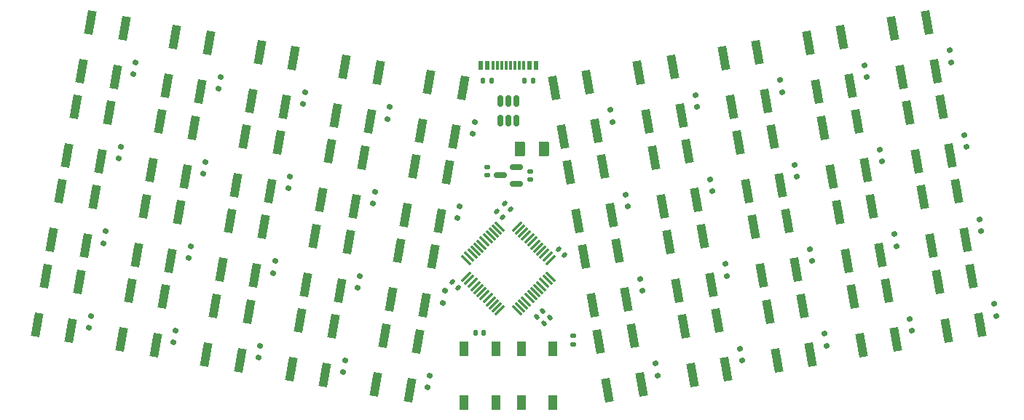
<source format=gbr>
%TF.GenerationSoftware,KiCad,Pcbnew,7.0.8*%
%TF.CreationDate,2023-12-10T13:03:46-06:00*%
%TF.ProjectId,sadcatz40,73616463-6174-47a3-9430-2e6b69636164,rev?*%
%TF.SameCoordinates,Original*%
%TF.FileFunction,Paste,Bot*%
%TF.FilePolarity,Positive*%
%FSLAX46Y46*%
G04 Gerber Fmt 4.6, Leading zero omitted, Abs format (unit mm)*
G04 Created by KiCad (PCBNEW 7.0.8) date 2023-12-10 13:03:46*
%MOMM*%
%LPD*%
G01*
G04 APERTURE LIST*
G04 Aperture macros list*
%AMRoundRect*
0 Rectangle with rounded corners*
0 $1 Rounding radius*
0 $2 $3 $4 $5 $6 $7 $8 $9 X,Y pos of 4 corners*
0 Add a 4 corners polygon primitive as box body*
4,1,4,$2,$3,$4,$5,$6,$7,$8,$9,$2,$3,0*
0 Add four circle primitives for the rounded corners*
1,1,$1+$1,$2,$3*
1,1,$1+$1,$4,$5*
1,1,$1+$1,$6,$7*
1,1,$1+$1,$8,$9*
0 Add four rect primitives between the rounded corners*
20,1,$1+$1,$2,$3,$4,$5,0*
20,1,$1+$1,$4,$5,$6,$7,0*
20,1,$1+$1,$6,$7,$8,$9,0*
20,1,$1+$1,$8,$9,$2,$3,0*%
%AMRotRect*
0 Rectangle, with rotation*
0 The origin of the aperture is its center*
0 $1 length*
0 $2 width*
0 $3 Rotation angle, in degrees counterclockwise*
0 Add horizontal line*
21,1,$1,$2,0,0,$3*%
G04 Aperture macros list end*
%ADD10RoundRect,0.150000X-0.223009X0.112992X-0.170914X-0.182451X0.223009X-0.112992X0.170914X0.182451X0*%
%ADD11RoundRect,0.150000X-0.170914X0.182451X-0.223009X-0.112992X0.170914X-0.182451X0.223009X0.112992X0*%
%ADD12RotRect,2.750000X1.000000X100.000000*%
%ADD13R,1.100000X1.800000*%
%ADD14RoundRect,0.140000X-0.170000X0.140000X-0.170000X-0.140000X0.170000X-0.140000X0.170000X0.140000X0*%
%ADD15RoundRect,0.150000X0.150000X-0.512500X0.150000X0.512500X-0.150000X0.512500X-0.150000X-0.512500X0*%
%ADD16RoundRect,0.140000X0.219203X0.021213X0.021213X0.219203X-0.219203X-0.021213X-0.021213X-0.219203X0*%
%ADD17RotRect,2.750000X1.000000X80.000000*%
%ADD18RoundRect,0.135000X0.185000X-0.135000X0.185000X0.135000X-0.185000X0.135000X-0.185000X-0.135000X0*%
%ADD19RoundRect,0.140000X-0.140000X-0.170000X0.140000X-0.170000X0.140000X0.170000X-0.140000X0.170000X0*%
%ADD20RoundRect,0.140000X0.021213X-0.219203X0.219203X-0.021213X-0.021213X0.219203X-0.219203X0.021213X0*%
%ADD21R,0.550000X1.100000*%
%ADD22R,0.300000X1.100000*%
%ADD23RoundRect,0.135000X0.135000X0.185000X-0.135000X0.185000X-0.135000X-0.185000X0.135000X-0.185000X0*%
%ADD24RoundRect,0.075000X0.521491X-0.415425X-0.415425X0.521491X-0.521491X0.415425X0.415425X-0.521491X0*%
%ADD25RoundRect,0.075000X0.521491X0.415425X0.415425X0.521491X-0.521491X-0.415425X-0.415425X-0.521491X0*%
%ADD26RoundRect,0.150000X0.587500X0.150000X-0.587500X0.150000X-0.587500X-0.150000X0.587500X-0.150000X0*%
%ADD27RoundRect,0.250000X0.375000X0.625000X-0.375000X0.625000X-0.375000X-0.625000X0.375000X-0.625000X0*%
%ADD28RoundRect,0.140000X-0.219203X-0.021213X-0.021213X-0.219203X0.219203X0.021213X0.021213X0.219203X0*%
G04 APERTURE END LIST*
D10*
%TO.C,D36*%
X130127217Y-73066736D03*
X129884109Y-71688006D03*
%TD*%
D11*
%TO.C,D33*%
X54176847Y-72719440D03*
X54419955Y-71340710D03*
%TD*%
D12*
%TO.C,SW2*%
X142762388Y-41066506D03*
X141762175Y-35394013D03*
X138823157Y-41761099D03*
X137822944Y-36088606D03*
%TD*%
%TO.C,SW32*%
X147971840Y-70610736D03*
X146971627Y-64938243D03*
X144032609Y-71305329D03*
X143032396Y-65632836D03*
%TD*%
D10*
%TO.C,D10*%
X105221613Y-46995469D03*
X104978505Y-45616739D03*
%TD*%
D13*
%TO.C,SW41*%
X94587596Y-73475333D03*
X94587596Y-79675333D03*
X98287596Y-73475333D03*
X98287596Y-79675333D03*
%TD*%
D11*
%TO.C,D23*%
X55913330Y-62871362D03*
X56156438Y-61492632D03*
%TD*%
%TO.C,D17*%
X77345964Y-56496249D03*
X77589072Y-55117519D03*
%TD*%
D14*
%TO.C,C10*%
X95604262Y-52762009D03*
X95604262Y-53722009D03*
%TD*%
D12*
%TO.C,SW10*%
X103370077Y-48012434D03*
X102369864Y-42339941D03*
X99430846Y-48707027D03*
X98430633Y-43034534D03*
%TD*%
%TO.C,SW20*%
X105106563Y-57860509D03*
X104106350Y-52188016D03*
X101167332Y-58555102D03*
X100167119Y-52882609D03*
%TD*%
D11*
%TO.C,D5*%
X69234369Y-44911686D03*
X69477477Y-43532956D03*
%TD*%
D12*
%TO.C,SW8*%
X113218159Y-46275953D03*
X112217946Y-40603460D03*
X109278928Y-46970546D03*
X108278715Y-41298053D03*
%TD*%
D15*
%TO.C,U1*%
X94054265Y-46879513D03*
X93104265Y-46879513D03*
X92154265Y-46879513D03*
X92154265Y-44604513D03*
X93104265Y-44604513D03*
X94054265Y-44604513D03*
%TD*%
D11*
%TO.C,D37*%
X73873000Y-76192401D03*
X74116108Y-74813671D03*
%TD*%
D16*
%TO.C,C7*%
X99643712Y-62514779D03*
X98964890Y-61835957D03*
%TD*%
D17*
%TO.C,SW19*%
X85106348Y-58555099D03*
X86106561Y-52882606D03*
X81167117Y-57860506D03*
X82167330Y-52188013D03*
%TD*%
D11*
%TO.C,D1*%
X49538213Y-41438725D03*
X49781321Y-40059995D03*
%TD*%
D10*
%TO.C,D4*%
X134765847Y-41786019D03*
X134522739Y-40407289D03*
%TD*%
%TO.C,D18*%
X116806177Y-55107058D03*
X116563069Y-53728328D03*
%TD*%
D18*
%TO.C,R1*%
X100604259Y-72918669D03*
X100604259Y-71898669D03*
%TD*%
D10*
%TO.C,D12*%
X146350408Y-49897620D03*
X146107300Y-48518890D03*
%TD*%
D12*
%TO.C,SW38*%
X118427602Y-75820179D03*
X117427389Y-70147686D03*
X114488371Y-76514772D03*
X113488158Y-70842279D03*
%TD*%
D17*
%TO.C,SW15*%
X65410197Y-55082141D03*
X66410410Y-49409648D03*
X61470966Y-54387548D03*
X62471179Y-48715055D03*
%TD*%
%TO.C,SW21*%
X43977557Y-61457251D03*
X44977770Y-55784758D03*
X40038326Y-60762658D03*
X41038539Y-55090165D03*
%TD*%
%TO.C,SW1*%
X44511503Y-35394011D03*
X43511290Y-41066504D03*
X48450734Y-36088604D03*
X47450521Y-41761097D03*
%TD*%
D11*
%TO.C,D7*%
X79082448Y-46648169D03*
X79325556Y-45269439D03*
%TD*%
D10*
%TO.C,D22*%
X148086889Y-59745692D03*
X147843781Y-58366962D03*
%TD*%
D12*
%TO.C,SW36*%
X128275681Y-74083704D03*
X127275468Y-68411211D03*
X124336450Y-74778297D03*
X123336237Y-69105804D03*
%TD*%
D19*
%TO.C,C1*%
X89290931Y-71575336D03*
X90250931Y-71575336D03*
%TD*%
D17*
%TO.C,SW29*%
X83369868Y-68403180D03*
X84370081Y-62730687D03*
X79430637Y-67708587D03*
X80430850Y-62036094D03*
%TD*%
D16*
%TO.C,C2*%
X93343714Y-57214776D03*
X92664892Y-56535954D03*
%TD*%
D10*
%TO.C,D6*%
X124917772Y-43522500D03*
X124674664Y-42143770D03*
%TD*%
D13*
%TO.C,SW42*%
X87920938Y-73475336D03*
X87920938Y-79675336D03*
X91620938Y-73475336D03*
X91620938Y-79675336D03*
%TD*%
D10*
%TO.C,D2*%
X144613928Y-40049540D03*
X144370820Y-38670810D03*
%TD*%
D17*
%TO.C,SW25*%
X63673712Y-64930219D03*
X64673925Y-59257726D03*
X59734481Y-64235626D03*
X60734694Y-58563133D03*
%TD*%
D10*
%TO.C,D14*%
X136502329Y-51634096D03*
X136259221Y-50255366D03*
%TD*%
D11*
%TO.C,D11*%
X47801735Y-51286805D03*
X48044843Y-49908075D03*
%TD*%
%TO.C,D19*%
X87194045Y-58232729D03*
X87437153Y-56853999D03*
%TD*%
%TO.C,D39*%
X83721079Y-77928885D03*
X83964187Y-76550155D03*
%TD*%
D17*
%TO.C,SW31*%
X42241077Y-71305333D03*
X43241290Y-65632840D03*
X38301846Y-70610740D03*
X39302059Y-64938247D03*
%TD*%
%TO.C,SW11*%
X45714039Y-51609179D03*
X46714252Y-45936686D03*
X41774808Y-50914586D03*
X42775021Y-45242093D03*
%TD*%
D11*
%TO.C,D13*%
X57649809Y-53023283D03*
X57892917Y-51644553D03*
%TD*%
D17*
%TO.C,SW13*%
X55562113Y-53345657D03*
X56562326Y-47673164D03*
X51622882Y-52651064D03*
X52623095Y-46978571D03*
%TD*%
D12*
%TO.C,SW4*%
X132914312Y-42802983D03*
X131914099Y-37130490D03*
X128975081Y-43497576D03*
X127974868Y-37825083D03*
%TD*%
%TO.C,SW34*%
X138123758Y-72347224D03*
X137123545Y-66674731D03*
X134184527Y-73041817D03*
X133184314Y-67369324D03*
%TD*%
D20*
%TO.C,C3*%
X96364892Y-69714774D03*
X97043714Y-69035952D03*
%TD*%
D17*
%TO.C,SW17*%
X75258271Y-56818624D03*
X76258484Y-51146131D03*
X71319040Y-56124031D03*
X72319253Y-50451538D03*
%TD*%
D12*
%TO.C,SW18*%
X114954638Y-56124028D03*
X113954425Y-50451535D03*
X111015407Y-56818621D03*
X110015194Y-51146128D03*
%TD*%
D11*
%TO.C,D31*%
X44328772Y-70982958D03*
X44571880Y-69604228D03*
%TD*%
D10*
%TO.C,D40*%
X110431061Y-76539700D03*
X110187953Y-75160970D03*
%TD*%
D17*
%TO.C,SW33*%
X52089153Y-73041813D03*
X53089366Y-67369320D03*
X48149922Y-72347220D03*
X49150135Y-66674727D03*
%TD*%
D12*
%TO.C,SW40*%
X108579526Y-77556666D03*
X107579313Y-71884173D03*
X104640295Y-78251259D03*
X103640082Y-72578766D03*
%TD*%
%TO.C,SW30*%
X106843043Y-67708584D03*
X105842830Y-62036091D03*
X102903812Y-68403177D03*
X101903599Y-62730684D03*
%TD*%
D17*
%TO.C,SW7*%
X76994753Y-46970546D03*
X77994966Y-41298053D03*
X73055522Y-46275953D03*
X74055735Y-40603460D03*
%TD*%
D12*
%TO.C,SW14*%
X134650798Y-52651060D03*
X133650585Y-46978567D03*
X130711567Y-53345653D03*
X129711354Y-47673160D03*
%TD*%
%TO.C,SW12*%
X144498873Y-50914581D03*
X143498660Y-45242088D03*
X140559642Y-51609174D03*
X139559429Y-45936681D03*
%TD*%
D10*
%TO.C,D16*%
X126654252Y-53370579D03*
X126411144Y-51991849D03*
%TD*%
D11*
%TO.C,D15*%
X67497890Y-54759763D03*
X67740998Y-53381033D03*
%TD*%
D21*
%TO.C,J1*%
X89904266Y-40384166D03*
X90654266Y-40384166D03*
D22*
X91854266Y-40384166D03*
X92854266Y-40384166D03*
X93354266Y-40384166D03*
X94354266Y-40384166D03*
D21*
X96304266Y-40384166D03*
X95554266Y-40384166D03*
D22*
X94854266Y-40384166D03*
X93854266Y-40384166D03*
X92354266Y-40384166D03*
X91354266Y-40384166D03*
%TD*%
D17*
%TO.C,SW5*%
X67146675Y-45234062D03*
X68146888Y-39561569D03*
X63207444Y-44539469D03*
X64207657Y-38866976D03*
%TD*%
%TO.C,SW3*%
X57298596Y-43497578D03*
X58298809Y-37825085D03*
X53359365Y-42802985D03*
X54359578Y-37130492D03*
%TD*%
D12*
%TO.C,SW24*%
X136387279Y-62499143D03*
X135387066Y-56826650D03*
X132448048Y-63193736D03*
X131447835Y-57521243D03*
%TD*%
D11*
%TO.C,D29*%
X85457563Y-68080806D03*
X85700671Y-66702076D03*
%TD*%
D10*
%TO.C,D8*%
X115069692Y-45258986D03*
X114826584Y-43880256D03*
%TD*%
%TO.C,D38*%
X120279134Y-74803216D03*
X120036026Y-73424486D03*
%TD*%
%TO.C,D26*%
X128390734Y-63218657D03*
X128147626Y-61839927D03*
%TD*%
D11*
%TO.C,D27*%
X75609483Y-66344321D03*
X75852591Y-64965591D03*
%TD*%
D10*
%TO.C,D24*%
X138238815Y-61482176D03*
X137995707Y-60103446D03*
%TD*%
D12*
%TO.C,SW16*%
X124802716Y-54387546D03*
X123802503Y-48715053D03*
X120863485Y-55082139D03*
X119863272Y-49409646D03*
%TD*%
%TO.C,SW28*%
X116691121Y-65972107D03*
X115690908Y-60299614D03*
X112751890Y-66666700D03*
X111751677Y-60994207D03*
%TD*%
D23*
%TO.C,R2*%
X91160000Y-42230000D03*
X90140000Y-42230000D03*
%TD*%
D11*
%TO.C,D9*%
X88930521Y-48384654D03*
X89173629Y-47005924D03*
%TD*%
D17*
%TO.C,SW37*%
X71785304Y-76514776D03*
X72785517Y-70842283D03*
X67846073Y-75820183D03*
X68846286Y-70147690D03*
%TD*%
%TO.C,SW9*%
X86842834Y-48707025D03*
X87843047Y-43034532D03*
X82903603Y-48012432D03*
X83903816Y-42339939D03*
%TD*%
D10*
%TO.C,D30*%
X108694579Y-66691621D03*
X108451471Y-65312891D03*
%TD*%
D17*
%TO.C,SW39*%
X81633385Y-78251264D03*
X82633598Y-72578771D03*
X77694154Y-77556671D03*
X78694367Y-71884178D03*
%TD*%
D24*
%TO.C,U2*%
X97992143Y-65074129D03*
X97638589Y-65427683D03*
X97285036Y-65781236D03*
X96931482Y-66134790D03*
X96577929Y-66488343D03*
X96224376Y-66841896D03*
X95870822Y-67195450D03*
X95517269Y-67549003D03*
X95163716Y-67902556D03*
X94810162Y-68256110D03*
X94456609Y-68609663D03*
X94103055Y-68963217D03*
D25*
X92105479Y-68963217D03*
X91751925Y-68609663D03*
X91398372Y-68256110D03*
X91044818Y-67902556D03*
X90691265Y-67549003D03*
X90337712Y-67195450D03*
X89984158Y-66841896D03*
X89630605Y-66488343D03*
X89277052Y-66134790D03*
X88923498Y-65781236D03*
X88569945Y-65427683D03*
X88216391Y-65074129D03*
D24*
X88216391Y-63076553D03*
X88569945Y-62722999D03*
X88923498Y-62369446D03*
X89277052Y-62015892D03*
X89630605Y-61662339D03*
X89984158Y-61308786D03*
X90337712Y-60955232D03*
X90691265Y-60601679D03*
X91044818Y-60248126D03*
X91398372Y-59894572D03*
X91751925Y-59541019D03*
X92105479Y-59187465D03*
D25*
X94103055Y-59187465D03*
X94456609Y-59541019D03*
X94810162Y-59894572D03*
X95163716Y-60248126D03*
X95517269Y-60601679D03*
X95870822Y-60955232D03*
X96224376Y-61308786D03*
X96577929Y-61662339D03*
X96931482Y-62015892D03*
X97285036Y-62369446D03*
X97638589Y-62722999D03*
X97992143Y-63076553D03*
%TD*%
D11*
%TO.C,D25*%
X65761403Y-64607845D03*
X66004511Y-63229115D03*
%TD*%
D26*
%TO.C,U3*%
X94041768Y-52292006D03*
X94041768Y-54192006D03*
X92166768Y-53242006D03*
%TD*%
D23*
%TO.C,R3*%
X95952603Y-42229464D03*
X94932603Y-42229464D03*
%TD*%
D27*
%TO.C,F1*%
X97229001Y-50161012D03*
X94429001Y-50161012D03*
%TD*%
D12*
%TO.C,SW26*%
X126539198Y-64235624D03*
X125538985Y-58563131D03*
X122599967Y-64930217D03*
X121599754Y-59257724D03*
%TD*%
D16*
%TO.C,C5*%
X92443713Y-58114775D03*
X91764891Y-57435953D03*
%TD*%
D28*
%TO.C,C6*%
X86564893Y-65635953D03*
X87243715Y-66314775D03*
%TD*%
D12*
%TO.C,SW22*%
X146235354Y-60762658D03*
X145235141Y-55090165D03*
X142296123Y-61457251D03*
X141295910Y-55784758D03*
%TD*%
D10*
%TO.C,D34*%
X139975292Y-71330253D03*
X139732184Y-69951523D03*
%TD*%
%TO.C,D32*%
X149823369Y-69593774D03*
X149580261Y-68215044D03*
%TD*%
D11*
%TO.C,D21*%
X46065251Y-61134880D03*
X46308359Y-59756150D03*
%TD*%
D17*
%TO.C,SW23*%
X53825639Y-63193729D03*
X54825852Y-57521236D03*
X49886408Y-62499136D03*
X50886621Y-56826643D03*
%TD*%
D10*
%TO.C,D28*%
X118542656Y-64955138D03*
X118299548Y-63576408D03*
%TD*%
D11*
%TO.C,D35*%
X64024923Y-74455920D03*
X64268031Y-73077190D03*
%TD*%
D10*
%TO.C,D20*%
X106958093Y-56843540D03*
X106714985Y-55464810D03*
%TD*%
D14*
%TO.C,C9*%
X90604264Y-52282008D03*
X90604264Y-53242008D03*
%TD*%
D17*
%TO.C,SW27*%
X73521791Y-66666699D03*
X74522004Y-60994206D03*
X69582560Y-65972106D03*
X70582773Y-60299613D03*
%TD*%
D11*
%TO.C,D3*%
X59386291Y-43175205D03*
X59629399Y-41796475D03*
%TD*%
D17*
%TO.C,SW35*%
X61937227Y-74778292D03*
X62937440Y-69105799D03*
X57997996Y-74083699D03*
X58998209Y-68411206D03*
%TD*%
D12*
%TO.C,SW6*%
X123066233Y-44539471D03*
X122066020Y-38866978D03*
X119127002Y-45234064D03*
X118126789Y-39561571D03*
%TD*%
D20*
%TO.C,C4*%
X97264894Y-70514777D03*
X97943716Y-69835955D03*
%TD*%
M02*

</source>
